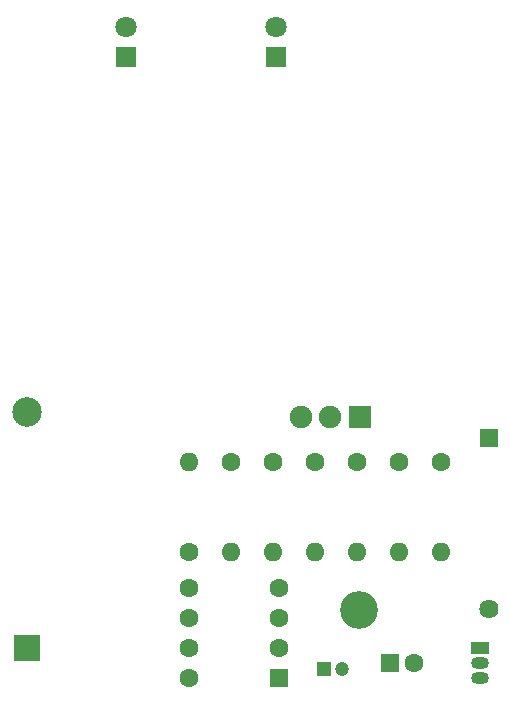
<source format=gbr>
%TF.GenerationSoftware,KiCad,Pcbnew,(5.1.8)-1*%
%TF.CreationDate,2020-11-13T01:10:14+01:00*%
%TF.ProjectId,Emoji_Badge_StuCo,456d6f6a-695f-4426-9164-67655f537475,v01*%
%TF.SameCoordinates,Original*%
%TF.FileFunction,Soldermask,Top*%
%TF.FilePolarity,Negative*%
%FSLAX46Y46*%
G04 Gerber Fmt 4.6, Leading zero omitted, Abs format (unit mm)*
G04 Created by KiCad (PCBNEW (5.1.8)-1) date 2020-11-13 01:10:14*
%MOMM*%
%LPD*%
G01*
G04 APERTURE LIST*
%ADD10C,3.200000*%
%ADD11C,1.800000*%
%ADD12R,1.800000X1.800000*%
%ADD13C,2.500000*%
%ADD14R,2.170000X2.170000*%
%ADD15C,1.200000*%
%ADD16R,1.200000X1.200000*%
%ADD17R,1.600000X1.600000*%
%ADD18C,1.600000*%
%ADD19R,1.625600X1.625600*%
%ADD20C,1.625600*%
%ADD21O,1.500000X1.050000*%
%ADD22R,1.500000X1.050000*%
%ADD23O,1.600000X1.600000*%
%ADD24R,1.900000X1.900000*%
%ADD25C,1.900000*%
G04 APERTURE END LIST*
D10*
%TO.C,REF\u002A\u002A*%
X167322500Y-119189500D03*
%TD*%
D11*
%TO.C,D2*%
X147574000Y-69850000D03*
D12*
X147574000Y-72390000D03*
%TD*%
D11*
%TO.C,D1*%
X160274000Y-69850000D03*
D12*
X160274000Y-72390000D03*
%TD*%
D13*
%TO.C,BAT1*%
X139192000Y-102428000D03*
D14*
X139192000Y-122428000D03*
%TD*%
D15*
%TO.C,C1*%
X165838000Y-124206000D03*
D16*
X164338000Y-124206000D03*
%TD*%
D17*
%TO.C,C2*%
X169951400Y-123723400D03*
D18*
X171951400Y-123723400D03*
%TD*%
D19*
%TO.C,CR1*%
X178308000Y-104648000D03*
D20*
X178308000Y-119176800D03*
%TD*%
D21*
%TO.C,Q1*%
X177546000Y-123698000D03*
X177546000Y-124968000D03*
D22*
X177546000Y-122428000D03*
%TD*%
D18*
%TO.C,R1*%
X156464000Y-106680000D03*
D23*
X156464000Y-114300000D03*
%TD*%
%TO.C,R2*%
X160020000Y-114300000D03*
D18*
X160020000Y-106680000D03*
%TD*%
%TO.C,R3*%
X163576000Y-106680000D03*
D23*
X163576000Y-114300000D03*
%TD*%
D18*
%TO.C,R4*%
X167132000Y-106680000D03*
D23*
X167132000Y-114300000D03*
%TD*%
%TO.C,R5*%
X170688000Y-114300000D03*
D18*
X170688000Y-106680000D03*
%TD*%
%TO.C,R6*%
X174244000Y-106680000D03*
D23*
X174244000Y-114300000D03*
%TD*%
%TO.C,R7*%
X152908000Y-106680000D03*
D18*
X152908000Y-114300000D03*
%TD*%
D24*
%TO.C,S1*%
X167386000Y-102870000D03*
D25*
X164886000Y-102870000D03*
X162386000Y-102870000D03*
%TD*%
D17*
%TO.C,U1*%
X160528000Y-124968000D03*
D18*
X160528000Y-122428000D03*
X160528000Y-119888000D03*
X160528000Y-117348000D03*
X152908000Y-117348000D03*
X152908000Y-119888000D03*
X152908000Y-122428000D03*
X152908000Y-124968000D03*
%TD*%
M02*

</source>
